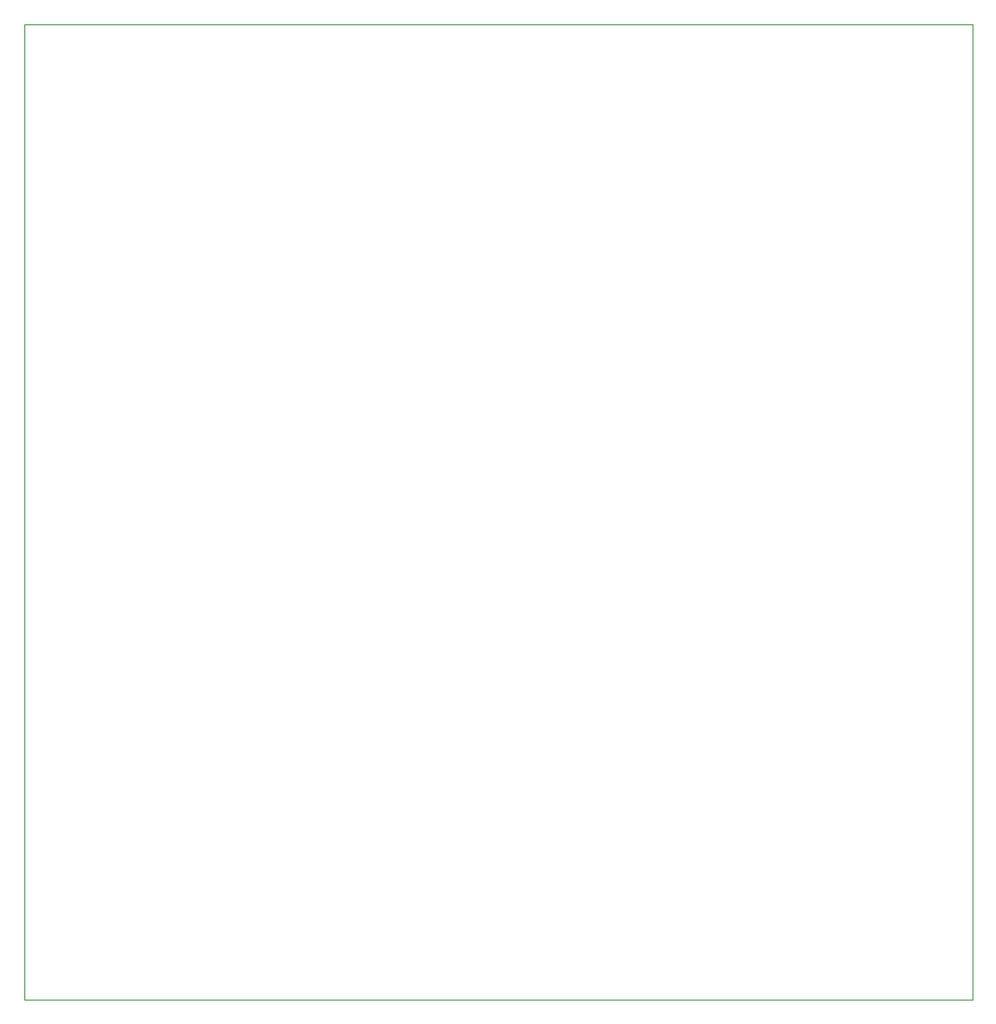
<source format=gbr>
%TF.GenerationSoftware,KiCad,Pcbnew,9.0.0*%
%TF.CreationDate,2025-03-06T16:27:16-06:00*%
%TF.ProjectId,445 Design Document Schematic,34343520-4465-4736-9967-6e20446f6375,rev?*%
%TF.SameCoordinates,Original*%
%TF.FileFunction,Profile,NP*%
%FSLAX46Y46*%
G04 Gerber Fmt 4.6, Leading zero omitted, Abs format (unit mm)*
G04 Created by KiCad (PCBNEW 9.0.0) date 2025-03-06 16:27:16*
%MOMM*%
%LPD*%
G01*
G04 APERTURE LIST*
%TA.AperFunction,Profile*%
%ADD10C,0.050000*%
%TD*%
G04 APERTURE END LIST*
D10*
X83500000Y-32000000D02*
X172500000Y-32000000D01*
X172500000Y-123500000D01*
X83500000Y-123500000D01*
X83500000Y-32000000D01*
M02*

</source>
